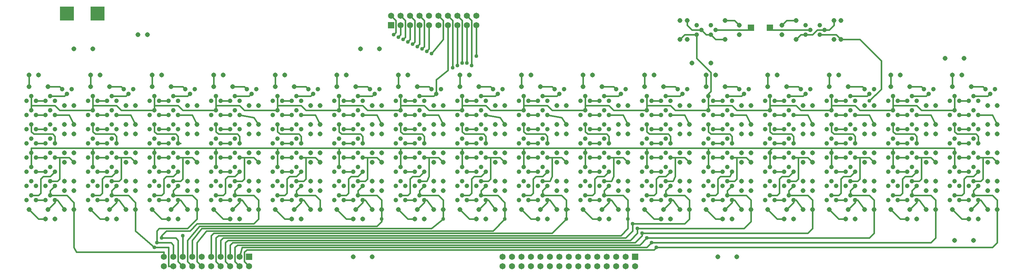
<source format=gbl>
G75*
G70*
%OFA0B0*%
%FSLAX24Y24*%
%IPPOS*%
%LPD*%
%AMOC8*
5,1,8,0,0,1.08239X$1,22.5*
%
%ADD10C,0.0515*%
%ADD11C,0.0476*%
%ADD12R,0.0650X0.0650*%
%ADD13C,0.0650*%
%ADD14R,0.1500X0.1500*%
%ADD15R,0.0709X0.0709*%
%ADD16C,0.0160*%
%ADD17C,0.0400*%
D10*
X006410Y009125D03*
X007410Y009125D03*
X006660Y010125D03*
X008410Y010125D03*
X009410Y010125D03*
X011160Y010125D03*
X013160Y010125D03*
X014910Y010125D03*
X015910Y010125D03*
X017660Y010125D03*
X019660Y010125D03*
X021410Y010125D03*
X022410Y010125D03*
X024160Y010125D03*
X026160Y010125D03*
X027910Y010125D03*
X028910Y010125D03*
X030660Y010125D03*
X032660Y010125D03*
X034410Y010125D03*
X035410Y010125D03*
X037160Y010125D03*
X039160Y010125D03*
X040910Y010125D03*
X041910Y010125D03*
X043660Y010125D03*
X045660Y010125D03*
X047410Y010125D03*
X048410Y010125D03*
X050160Y010125D03*
X052160Y010125D03*
X053910Y010125D03*
X054910Y010125D03*
X056660Y010125D03*
X058660Y010125D03*
X060410Y010125D03*
X061410Y010125D03*
X063160Y010125D03*
X065160Y010125D03*
X066910Y010125D03*
X067910Y010125D03*
X069660Y010125D03*
X071660Y010125D03*
X073410Y010125D03*
X074410Y010125D03*
X076160Y010125D03*
X078160Y010125D03*
X079910Y010125D03*
X080910Y010125D03*
X082660Y010125D03*
X084660Y010125D03*
X086410Y010125D03*
X087410Y010125D03*
X089160Y010125D03*
X091160Y010125D03*
X092910Y010125D03*
X093910Y010125D03*
X095660Y010125D03*
X097660Y010125D03*
X099410Y010125D03*
X100410Y010125D03*
X102160Y010125D03*
X104160Y010125D03*
X105910Y010125D03*
X106910Y010125D03*
X104910Y009125D03*
X103910Y009125D03*
X098410Y009125D03*
X097410Y009125D03*
X091910Y009125D03*
X090910Y009125D03*
X085410Y009125D03*
X084410Y009125D03*
X078910Y009125D03*
X077910Y009125D03*
X072410Y009125D03*
X071410Y009125D03*
X065910Y009125D03*
X064910Y009125D03*
X059410Y009125D03*
X058410Y009125D03*
X052910Y009125D03*
X051910Y009125D03*
X046410Y009125D03*
X045410Y009125D03*
X039910Y009125D03*
X038910Y009125D03*
X033410Y009125D03*
X032410Y009125D03*
X026910Y009125D03*
X025910Y009125D03*
X020410Y009125D03*
X019410Y009125D03*
X013910Y009125D03*
X012910Y009125D03*
X004660Y010125D03*
X008410Y012125D03*
X009410Y012125D03*
X009410Y013125D03*
X008410Y013125D03*
X008410Y015125D03*
X009410Y015125D03*
X009410Y016125D03*
X008410Y016125D03*
X008410Y018125D03*
X009410Y018125D03*
X009410Y019125D03*
X008410Y019125D03*
X008410Y021125D03*
X009410Y021125D03*
X014910Y021125D03*
X015910Y021125D03*
X015910Y019125D03*
X014910Y019125D03*
X014910Y018125D03*
X015910Y018125D03*
X021410Y018125D03*
X022410Y018125D03*
X022410Y019125D03*
X021410Y019125D03*
X021410Y021125D03*
X022410Y021125D03*
X027910Y021125D03*
X028910Y021125D03*
X028910Y019125D03*
X027910Y019125D03*
X027910Y018125D03*
X028910Y018125D03*
X034410Y018125D03*
X035410Y018125D03*
X035410Y019125D03*
X034410Y019125D03*
X034410Y021125D03*
X035410Y021125D03*
X040910Y021125D03*
X041910Y021125D03*
X041910Y019125D03*
X040910Y019125D03*
X040910Y018125D03*
X041910Y018125D03*
X047410Y018125D03*
X048410Y018125D03*
X048410Y019125D03*
X047410Y019125D03*
X047410Y021125D03*
X048410Y021125D03*
X053910Y021125D03*
X054910Y021125D03*
X054910Y019125D03*
X053910Y019125D03*
X053910Y018125D03*
X054910Y018125D03*
X060410Y018125D03*
X061410Y018125D03*
X061410Y019125D03*
X060410Y019125D03*
X060410Y021125D03*
X061410Y021125D03*
X066910Y021125D03*
X067910Y021125D03*
X067910Y019125D03*
X066910Y019125D03*
X066910Y018125D03*
X067910Y018125D03*
X073410Y018125D03*
X074410Y018125D03*
X074410Y019125D03*
X073410Y019125D03*
X073410Y021125D03*
X074410Y021125D03*
X079910Y021125D03*
X080910Y021125D03*
X080910Y019125D03*
X079910Y019125D03*
X079910Y018125D03*
X080910Y018125D03*
X086410Y018125D03*
X087410Y018125D03*
X087410Y019125D03*
X086410Y019125D03*
X086410Y021125D03*
X087410Y021125D03*
X092910Y021125D03*
X093910Y021125D03*
X093910Y019125D03*
X092910Y019125D03*
X092910Y018125D03*
X093910Y018125D03*
X099410Y018125D03*
X100410Y018125D03*
X100410Y019125D03*
X099410Y019125D03*
X099410Y021125D03*
X100410Y021125D03*
X105910Y021125D03*
X106910Y021125D03*
X106910Y019125D03*
X105910Y019125D03*
X105910Y018125D03*
X106910Y018125D03*
X106910Y016125D03*
X105910Y016125D03*
X105910Y015125D03*
X106910Y015125D03*
X106910Y013125D03*
X105910Y013125D03*
X105910Y012125D03*
X106910Y012125D03*
X100410Y012125D03*
X099410Y012125D03*
X099410Y013125D03*
X100410Y013125D03*
X100410Y015125D03*
X099410Y015125D03*
X099410Y016125D03*
X100410Y016125D03*
X093910Y016125D03*
X092910Y016125D03*
X092910Y015125D03*
X093910Y015125D03*
X093910Y013125D03*
X092910Y013125D03*
X092910Y012125D03*
X093910Y012125D03*
X087410Y012125D03*
X086410Y012125D03*
X086410Y013125D03*
X087410Y013125D03*
X087410Y015125D03*
X086410Y015125D03*
X086410Y016125D03*
X087410Y016125D03*
X080910Y016125D03*
X079910Y016125D03*
X079910Y015125D03*
X080910Y015125D03*
X080910Y013125D03*
X079910Y013125D03*
X079910Y012125D03*
X080910Y012125D03*
X074410Y012125D03*
X073410Y012125D03*
X073410Y013125D03*
X074410Y013125D03*
X074410Y015125D03*
X073410Y015125D03*
X073410Y016125D03*
X074410Y016125D03*
X067910Y016125D03*
X066910Y016125D03*
X066910Y015125D03*
X067910Y015125D03*
X067910Y013125D03*
X066910Y013125D03*
X066910Y012125D03*
X067910Y012125D03*
X061410Y012125D03*
X060410Y012125D03*
X060410Y013125D03*
X061410Y013125D03*
X061410Y015125D03*
X060410Y015125D03*
X060410Y016125D03*
X061410Y016125D03*
X054910Y016125D03*
X053910Y016125D03*
X053910Y015125D03*
X054910Y015125D03*
X054910Y013125D03*
X053910Y013125D03*
X053910Y012125D03*
X054910Y012125D03*
X048410Y012125D03*
X047410Y012125D03*
X047410Y013125D03*
X048410Y013125D03*
X048410Y015125D03*
X047410Y015125D03*
X047410Y016125D03*
X048410Y016125D03*
X041910Y016125D03*
X040910Y016125D03*
X040910Y015125D03*
X041910Y015125D03*
X041910Y013125D03*
X040910Y013125D03*
X040910Y012125D03*
X041910Y012125D03*
X035410Y012125D03*
X034410Y012125D03*
X034410Y013125D03*
X035410Y013125D03*
X035410Y015125D03*
X034410Y015125D03*
X034410Y016125D03*
X035410Y016125D03*
X028910Y016125D03*
X027910Y016125D03*
X027910Y015125D03*
X028910Y015125D03*
X028910Y013125D03*
X027910Y013125D03*
X027910Y012125D03*
X028910Y012125D03*
X022410Y012125D03*
X021410Y012125D03*
X021410Y013125D03*
X022410Y013125D03*
X022410Y015125D03*
X021410Y015125D03*
X021410Y016125D03*
X022410Y016125D03*
X015910Y016125D03*
X014910Y016125D03*
X014910Y015125D03*
X015910Y015125D03*
X015910Y013125D03*
X014910Y013125D03*
X014910Y012125D03*
X015910Y012125D03*
X038910Y005125D03*
X040910Y005125D03*
X077410Y005125D03*
X079410Y005125D03*
X102410Y006875D03*
X104410Y006875D03*
X104160Y023125D03*
X102160Y023125D03*
X102160Y024375D03*
X103160Y024375D03*
X103410Y026125D03*
X101410Y026125D03*
X096660Y024375D03*
X095660Y024375D03*
X095660Y023125D03*
X097660Y023125D03*
X091160Y023125D03*
X089160Y023125D03*
X089160Y024375D03*
X090160Y024375D03*
X084660Y023125D03*
X082660Y023125D03*
X082660Y024375D03*
X083660Y024375D03*
X078160Y023125D03*
X076160Y023125D03*
X076160Y024375D03*
X077160Y024375D03*
X076660Y025625D03*
X074660Y025625D03*
X070660Y024375D03*
X069660Y024375D03*
X069660Y023125D03*
X071660Y023125D03*
X065160Y023125D03*
X063160Y023125D03*
X063160Y024375D03*
X064160Y024375D03*
X058660Y023125D03*
X056660Y023125D03*
X056660Y024375D03*
X057660Y024375D03*
X052160Y023125D03*
X050160Y023125D03*
X050160Y024375D03*
X051160Y024375D03*
X045660Y023125D03*
X043660Y023125D03*
X043660Y024375D03*
X044660Y024375D03*
X039160Y023125D03*
X037160Y023125D03*
X037160Y024375D03*
X038160Y024375D03*
X032660Y023125D03*
X030660Y023125D03*
X030660Y024375D03*
X031660Y024375D03*
X026160Y023125D03*
X024160Y023125D03*
X024160Y024375D03*
X025160Y024375D03*
X019660Y023125D03*
X017660Y023125D03*
X017660Y024375D03*
X018660Y024375D03*
X013160Y023125D03*
X011160Y023125D03*
X011160Y024375D03*
X012160Y024375D03*
X006660Y023125D03*
X004660Y023125D03*
X004660Y024375D03*
X005660Y024375D03*
X009410Y027125D03*
X011410Y027125D03*
X016160Y028625D03*
X017160Y028625D03*
X039660Y027125D03*
X041660Y027125D03*
X073410Y028125D03*
X074160Y028125D03*
X078160Y028125D03*
X079660Y028625D03*
X079660Y029625D03*
X078160Y030125D03*
X074160Y030125D03*
X073410Y030125D03*
X084160Y029625D03*
X085660Y030125D03*
X089660Y030125D03*
X090410Y030125D03*
X090410Y028125D03*
X089660Y028125D03*
X085660Y028125D03*
X084160Y028625D03*
D11*
X086660Y028625D03*
X087160Y029125D03*
X088160Y028625D03*
X088660Y029125D03*
X088160Y029625D03*
X086660Y029625D03*
X077160Y029125D03*
X076660Y028625D03*
X075660Y029125D03*
X075160Y028625D03*
X075160Y029625D03*
X076660Y029625D03*
X074160Y022875D03*
X073660Y022375D03*
X073160Y022875D03*
X071910Y022125D03*
X071410Y021625D03*
X070410Y021625D03*
X069910Y022125D03*
X069410Y021625D03*
X067160Y022375D03*
X066660Y022875D03*
X067660Y022875D03*
X065410Y022125D03*
X064910Y021625D03*
X063910Y021625D03*
X063410Y022125D03*
X062910Y021625D03*
X060660Y022375D03*
X060160Y022875D03*
X061160Y022875D03*
X058910Y022125D03*
X058410Y021625D03*
X057410Y021625D03*
X056910Y022125D03*
X056410Y021625D03*
X054160Y022375D03*
X053660Y022875D03*
X054660Y022875D03*
X052410Y022125D03*
X051910Y021625D03*
X050910Y021625D03*
X050410Y022125D03*
X049910Y021625D03*
X047660Y022375D03*
X047160Y022875D03*
X048160Y022875D03*
X045910Y022125D03*
X045410Y021625D03*
X044410Y021625D03*
X043910Y022125D03*
X043410Y021625D03*
X041160Y022375D03*
X040660Y022875D03*
X041660Y022875D03*
X039410Y022125D03*
X038910Y021625D03*
X037910Y021625D03*
X037410Y022125D03*
X036910Y021625D03*
X034660Y022375D03*
X034160Y022875D03*
X035160Y022875D03*
X032910Y022125D03*
X032410Y021625D03*
X031410Y021625D03*
X030910Y022125D03*
X030410Y021625D03*
X028160Y022375D03*
X027660Y022875D03*
X028660Y022875D03*
X026410Y022125D03*
X025910Y021625D03*
X024910Y021625D03*
X024410Y022125D03*
X023910Y021625D03*
X021660Y022375D03*
X021160Y022875D03*
X022160Y022875D03*
X019910Y022125D03*
X019410Y021625D03*
X018410Y021625D03*
X017910Y022125D03*
X017410Y021625D03*
X015160Y022375D03*
X014660Y022875D03*
X015660Y022875D03*
X013410Y022125D03*
X012910Y021625D03*
X011910Y021625D03*
X011410Y022125D03*
X010910Y021625D03*
X008660Y022375D03*
X008160Y022875D03*
X009160Y022875D03*
X006910Y022125D03*
X006410Y021625D03*
X005410Y021625D03*
X004910Y022125D03*
X004410Y021625D03*
X007410Y021625D03*
X006910Y020625D03*
X006410Y020125D03*
X005410Y020125D03*
X004410Y020125D03*
X004910Y020625D03*
X007410Y020125D03*
X006910Y019125D03*
X006410Y018625D03*
X005410Y018625D03*
X004410Y018625D03*
X004910Y019125D03*
X007410Y018625D03*
X006910Y017625D03*
X006410Y017125D03*
X005410Y017125D03*
X004910Y017625D03*
X004410Y017125D03*
X007410Y017125D03*
X006910Y016125D03*
X006410Y015625D03*
X005410Y015625D03*
X004410Y015625D03*
X004910Y016125D03*
X007410Y015625D03*
X006910Y014625D03*
X006410Y014125D03*
X005410Y014125D03*
X004410Y014125D03*
X004910Y014625D03*
X007410Y014125D03*
X006910Y013125D03*
X006410Y012625D03*
X005410Y012625D03*
X004910Y013125D03*
X004410Y012625D03*
X007410Y012625D03*
X006910Y011625D03*
X006410Y011125D03*
X005410Y011125D03*
X004910Y011625D03*
X004410Y011125D03*
X007410Y011125D03*
X010910Y011125D03*
X011410Y011625D03*
X011910Y011125D03*
X012910Y011125D03*
X013410Y011625D03*
X013910Y011125D03*
X013910Y012625D03*
X013410Y013125D03*
X012910Y012625D03*
X011910Y012625D03*
X011410Y013125D03*
X010910Y012625D03*
X010910Y014125D03*
X011910Y014125D03*
X012910Y014125D03*
X013910Y014125D03*
X013410Y014625D03*
X012910Y015625D03*
X011910Y015625D03*
X010910Y015625D03*
X011410Y016125D03*
X013410Y016125D03*
X013910Y015625D03*
X011410Y014625D03*
X017410Y014125D03*
X018410Y014125D03*
X019410Y014125D03*
X020410Y014125D03*
X019910Y014625D03*
X019410Y015625D03*
X018410Y015625D03*
X017410Y015625D03*
X017910Y016125D03*
X019910Y016125D03*
X020410Y015625D03*
X017910Y014625D03*
X017910Y013125D03*
X017410Y012625D03*
X018410Y012625D03*
X019410Y012625D03*
X019910Y013125D03*
X020410Y012625D03*
X019910Y011625D03*
X019410Y011125D03*
X018410Y011125D03*
X017910Y011625D03*
X017410Y011125D03*
X020410Y011125D03*
X023910Y011125D03*
X024410Y011625D03*
X024910Y011125D03*
X025910Y011125D03*
X026410Y011625D03*
X026910Y011125D03*
X026910Y012625D03*
X026410Y013125D03*
X025910Y012625D03*
X024910Y012625D03*
X024410Y013125D03*
X023910Y012625D03*
X023910Y014125D03*
X024910Y014125D03*
X025910Y014125D03*
X026910Y014125D03*
X026410Y014625D03*
X025910Y015625D03*
X024910Y015625D03*
X023910Y015625D03*
X024410Y016125D03*
X026410Y016125D03*
X026910Y015625D03*
X024410Y014625D03*
X030410Y014125D03*
X031410Y014125D03*
X032410Y014125D03*
X033410Y014125D03*
X032910Y014625D03*
X032410Y015625D03*
X031410Y015625D03*
X030410Y015625D03*
X030910Y016125D03*
X032910Y016125D03*
X033410Y015625D03*
X030910Y014625D03*
X030910Y013125D03*
X030410Y012625D03*
X031410Y012625D03*
X032410Y012625D03*
X032910Y013125D03*
X033410Y012625D03*
X032910Y011625D03*
X032410Y011125D03*
X031410Y011125D03*
X030910Y011625D03*
X030410Y011125D03*
X033410Y011125D03*
X036910Y011125D03*
X037410Y011625D03*
X037910Y011125D03*
X038910Y011125D03*
X039410Y011625D03*
X039910Y011125D03*
X039910Y012625D03*
X039410Y013125D03*
X038910Y012625D03*
X037910Y012625D03*
X037410Y013125D03*
X036910Y012625D03*
X036910Y014125D03*
X037910Y014125D03*
X038910Y014125D03*
X039910Y014125D03*
X039410Y014625D03*
X038910Y015625D03*
X037910Y015625D03*
X036910Y015625D03*
X037410Y016125D03*
X039410Y016125D03*
X039910Y015625D03*
X037410Y014625D03*
X043410Y014125D03*
X044410Y014125D03*
X045410Y014125D03*
X046410Y014125D03*
X045910Y014625D03*
X045410Y015625D03*
X044410Y015625D03*
X043410Y015625D03*
X043910Y016125D03*
X045910Y016125D03*
X046410Y015625D03*
X043910Y014625D03*
X043910Y013125D03*
X043410Y012625D03*
X044410Y012625D03*
X045410Y012625D03*
X045910Y013125D03*
X046410Y012625D03*
X045910Y011625D03*
X045410Y011125D03*
X044410Y011125D03*
X043910Y011625D03*
X043410Y011125D03*
X046410Y011125D03*
X049910Y011125D03*
X050410Y011625D03*
X050910Y011125D03*
X051910Y011125D03*
X052410Y011625D03*
X052910Y011125D03*
X052910Y012625D03*
X052410Y013125D03*
X051910Y012625D03*
X050910Y012625D03*
X050410Y013125D03*
X049910Y012625D03*
X049910Y014125D03*
X050910Y014125D03*
X051910Y014125D03*
X052910Y014125D03*
X052410Y014625D03*
X051910Y015625D03*
X050910Y015625D03*
X049910Y015625D03*
X050410Y016125D03*
X052410Y016125D03*
X052910Y015625D03*
X050410Y014625D03*
X056410Y014125D03*
X057410Y014125D03*
X058410Y014125D03*
X059410Y014125D03*
X058910Y014625D03*
X058410Y015625D03*
X057410Y015625D03*
X056410Y015625D03*
X056910Y016125D03*
X058910Y016125D03*
X059410Y015625D03*
X056910Y014625D03*
X056910Y013125D03*
X056410Y012625D03*
X057410Y012625D03*
X058410Y012625D03*
X058910Y013125D03*
X059410Y012625D03*
X058910Y011625D03*
X058410Y011125D03*
X057410Y011125D03*
X056910Y011625D03*
X056410Y011125D03*
X059410Y011125D03*
X062910Y011125D03*
X063410Y011625D03*
X063910Y011125D03*
X064910Y011125D03*
X065410Y011625D03*
X065910Y011125D03*
X065910Y012625D03*
X065410Y013125D03*
X064910Y012625D03*
X063910Y012625D03*
X063410Y013125D03*
X062910Y012625D03*
X062910Y014125D03*
X063910Y014125D03*
X064910Y014125D03*
X065910Y014125D03*
X065410Y014625D03*
X064910Y015625D03*
X063910Y015625D03*
X062910Y015625D03*
X063410Y016125D03*
X065410Y016125D03*
X065910Y015625D03*
X063410Y014625D03*
X069410Y014125D03*
X070410Y014125D03*
X071410Y014125D03*
X072410Y014125D03*
X071910Y014625D03*
X071410Y015625D03*
X070410Y015625D03*
X069410Y015625D03*
X069910Y016125D03*
X071910Y016125D03*
X072410Y015625D03*
X069910Y014625D03*
X069910Y013125D03*
X069410Y012625D03*
X070410Y012625D03*
X071410Y012625D03*
X071910Y013125D03*
X072410Y012625D03*
X071910Y011625D03*
X071410Y011125D03*
X070410Y011125D03*
X069910Y011625D03*
X069410Y011125D03*
X072410Y011125D03*
X075910Y011125D03*
X076410Y011625D03*
X076910Y011125D03*
X077910Y011125D03*
X078410Y011625D03*
X078910Y011125D03*
X078910Y012625D03*
X078410Y013125D03*
X077910Y012625D03*
X076910Y012625D03*
X076410Y013125D03*
X075910Y012625D03*
X075910Y014125D03*
X076910Y014125D03*
X077910Y014125D03*
X078910Y014125D03*
X078410Y014625D03*
X077910Y015625D03*
X076910Y015625D03*
X075910Y015625D03*
X076410Y016125D03*
X078410Y016125D03*
X078910Y015625D03*
X076410Y014625D03*
X082410Y014125D03*
X083410Y014125D03*
X084410Y014125D03*
X085410Y014125D03*
X084910Y014625D03*
X084410Y015625D03*
X083410Y015625D03*
X082410Y015625D03*
X082910Y016125D03*
X084910Y016125D03*
X085410Y015625D03*
X082910Y014625D03*
X082910Y013125D03*
X082410Y012625D03*
X083410Y012625D03*
X084410Y012625D03*
X084910Y013125D03*
X085410Y012625D03*
X084910Y011625D03*
X084410Y011125D03*
X083410Y011125D03*
X082910Y011625D03*
X082410Y011125D03*
X085410Y011125D03*
X088910Y011125D03*
X089410Y011625D03*
X089910Y011125D03*
X090910Y011125D03*
X091410Y011625D03*
X091910Y011125D03*
X091910Y012625D03*
X091410Y013125D03*
X090910Y012625D03*
X089910Y012625D03*
X089410Y013125D03*
X088910Y012625D03*
X088910Y014125D03*
X089910Y014125D03*
X090910Y014125D03*
X091910Y014125D03*
X091410Y014625D03*
X090910Y015625D03*
X089910Y015625D03*
X088910Y015625D03*
X089410Y016125D03*
X091410Y016125D03*
X091910Y015625D03*
X089410Y014625D03*
X095410Y014125D03*
X096410Y014125D03*
X097410Y014125D03*
X098410Y014125D03*
X097910Y014625D03*
X097410Y015625D03*
X096410Y015625D03*
X095410Y015625D03*
X095910Y016125D03*
X097910Y016125D03*
X098410Y015625D03*
X095910Y014625D03*
X095910Y013125D03*
X095410Y012625D03*
X096410Y012625D03*
X097410Y012625D03*
X097910Y013125D03*
X098410Y012625D03*
X097910Y011625D03*
X097410Y011125D03*
X096410Y011125D03*
X095910Y011625D03*
X095410Y011125D03*
X098410Y011125D03*
X101910Y011125D03*
X102410Y011625D03*
X102910Y011125D03*
X103910Y011125D03*
X104410Y011625D03*
X104910Y011125D03*
X104910Y012625D03*
X104410Y013125D03*
X103910Y012625D03*
X102910Y012625D03*
X102410Y013125D03*
X101910Y012625D03*
X101910Y014125D03*
X102910Y014125D03*
X103910Y014125D03*
X104910Y014125D03*
X104410Y014625D03*
X103910Y015625D03*
X102910Y015625D03*
X101910Y015625D03*
X102410Y016125D03*
X104410Y016125D03*
X104910Y015625D03*
X102410Y014625D03*
X101910Y017125D03*
X102410Y017625D03*
X102910Y017125D03*
X103910Y017125D03*
X104410Y017625D03*
X104910Y017125D03*
X104910Y018625D03*
X103910Y018625D03*
X102910Y018625D03*
X101910Y018625D03*
X102410Y019125D03*
X101910Y020125D03*
X102910Y020125D03*
X103910Y020125D03*
X104910Y020125D03*
X104410Y020625D03*
X102410Y020625D03*
X101910Y021625D03*
X102410Y022125D03*
X102910Y021625D03*
X103910Y021625D03*
X104410Y022125D03*
X104910Y021625D03*
X106160Y022375D03*
X105660Y022875D03*
X106660Y022875D03*
X100160Y022875D03*
X099660Y022375D03*
X099160Y022875D03*
X097910Y022125D03*
X097410Y021625D03*
X096410Y021625D03*
X095910Y022125D03*
X095410Y021625D03*
X093410Y022375D03*
X092910Y022875D03*
X093910Y022875D03*
X091410Y022125D03*
X090910Y021625D03*
X089910Y021625D03*
X089410Y022125D03*
X088910Y021625D03*
X086660Y022375D03*
X086160Y022875D03*
X087160Y022875D03*
X084910Y022125D03*
X084410Y021625D03*
X083410Y021625D03*
X082910Y022125D03*
X082410Y021625D03*
X080160Y022375D03*
X079660Y022875D03*
X080660Y022875D03*
X078410Y022125D03*
X077910Y021625D03*
X076910Y021625D03*
X076410Y022125D03*
X075910Y021625D03*
X078910Y021625D03*
X078410Y020625D03*
X077910Y020125D03*
X076910Y020125D03*
X075910Y020125D03*
X076410Y020625D03*
X078910Y020125D03*
X078410Y019125D03*
X077910Y018625D03*
X076910Y018625D03*
X075910Y018625D03*
X076410Y019125D03*
X078910Y018625D03*
X078410Y017625D03*
X077910Y017125D03*
X076910Y017125D03*
X076410Y017625D03*
X075910Y017125D03*
X078910Y017125D03*
X082410Y017125D03*
X082910Y017625D03*
X083410Y017125D03*
X084410Y017125D03*
X084910Y017625D03*
X085410Y017125D03*
X085410Y018625D03*
X084410Y018625D03*
X083410Y018625D03*
X082410Y018625D03*
X082910Y019125D03*
X082410Y020125D03*
X083410Y020125D03*
X084410Y020125D03*
X085410Y020125D03*
X084910Y020625D03*
X082910Y020625D03*
X085410Y021625D03*
X089410Y020625D03*
X088910Y020125D03*
X089910Y020125D03*
X090910Y020125D03*
X091910Y020125D03*
X091410Y020625D03*
X091910Y021625D03*
X095910Y020625D03*
X095410Y020125D03*
X096410Y020125D03*
X097410Y020125D03*
X098410Y020125D03*
X097910Y020625D03*
X098410Y021625D03*
X097910Y019125D03*
X097410Y018625D03*
X096410Y018625D03*
X095410Y018625D03*
X095910Y019125D03*
X098410Y018625D03*
X097910Y017625D03*
X097410Y017125D03*
X096410Y017125D03*
X095910Y017625D03*
X095410Y017125D03*
X098410Y017125D03*
X104410Y019125D03*
X091910Y018625D03*
X090910Y018625D03*
X089910Y018625D03*
X088910Y018625D03*
X089410Y019125D03*
X091410Y019125D03*
X091410Y017625D03*
X090910Y017125D03*
X089910Y017125D03*
X089410Y017625D03*
X088910Y017125D03*
X091910Y017125D03*
X084910Y019125D03*
X072410Y018625D03*
X071410Y018625D03*
X070410Y018625D03*
X069410Y018625D03*
X069910Y019125D03*
X069410Y020125D03*
X070410Y020125D03*
X071410Y020125D03*
X072410Y020125D03*
X071910Y020625D03*
X069910Y020625D03*
X072410Y021625D03*
X065910Y021625D03*
X065410Y020625D03*
X064910Y020125D03*
X063910Y020125D03*
X062910Y020125D03*
X063410Y020625D03*
X065910Y020125D03*
X065410Y019125D03*
X064910Y018625D03*
X063910Y018625D03*
X062910Y018625D03*
X063410Y019125D03*
X065910Y018625D03*
X065410Y017625D03*
X064910Y017125D03*
X063910Y017125D03*
X063410Y017625D03*
X062910Y017125D03*
X065910Y017125D03*
X069410Y017125D03*
X069910Y017625D03*
X070410Y017125D03*
X071410Y017125D03*
X071910Y017625D03*
X072410Y017125D03*
X071910Y019125D03*
X059410Y018625D03*
X058410Y018625D03*
X057410Y018625D03*
X056410Y018625D03*
X056910Y019125D03*
X056410Y020125D03*
X057410Y020125D03*
X058410Y020125D03*
X059410Y020125D03*
X058910Y020625D03*
X056910Y020625D03*
X059410Y021625D03*
X052910Y021625D03*
X052410Y020625D03*
X051910Y020125D03*
X050910Y020125D03*
X049910Y020125D03*
X050410Y020625D03*
X052910Y020125D03*
X052410Y019125D03*
X051910Y018625D03*
X050910Y018625D03*
X049910Y018625D03*
X050410Y019125D03*
X052910Y018625D03*
X052410Y017625D03*
X051910Y017125D03*
X050910Y017125D03*
X050410Y017625D03*
X049910Y017125D03*
X052910Y017125D03*
X056410Y017125D03*
X056910Y017625D03*
X057410Y017125D03*
X058410Y017125D03*
X058910Y017625D03*
X059410Y017125D03*
X058910Y019125D03*
X046410Y018625D03*
X045410Y018625D03*
X044410Y018625D03*
X043410Y018625D03*
X043910Y019125D03*
X043410Y020125D03*
X044410Y020125D03*
X045410Y020125D03*
X046410Y020125D03*
X045910Y020625D03*
X043910Y020625D03*
X046410Y021625D03*
X039910Y021625D03*
X039410Y020625D03*
X038910Y020125D03*
X037910Y020125D03*
X036910Y020125D03*
X037410Y020625D03*
X039910Y020125D03*
X039410Y019125D03*
X038910Y018625D03*
X037910Y018625D03*
X036910Y018625D03*
X037410Y019125D03*
X039910Y018625D03*
X039410Y017625D03*
X038910Y017125D03*
X037910Y017125D03*
X037410Y017625D03*
X036910Y017125D03*
X039910Y017125D03*
X043410Y017125D03*
X043910Y017625D03*
X044410Y017125D03*
X045410Y017125D03*
X045910Y017625D03*
X046410Y017125D03*
X045910Y019125D03*
X033410Y018625D03*
X032410Y018625D03*
X031410Y018625D03*
X030410Y018625D03*
X030910Y019125D03*
X030410Y020125D03*
X031410Y020125D03*
X032410Y020125D03*
X033410Y020125D03*
X032910Y020625D03*
X030910Y020625D03*
X033410Y021625D03*
X026910Y021625D03*
X026410Y020625D03*
X025910Y020125D03*
X024910Y020125D03*
X023910Y020125D03*
X024410Y020625D03*
X026910Y020125D03*
X026410Y019125D03*
X025910Y018625D03*
X024910Y018625D03*
X023910Y018625D03*
X024410Y019125D03*
X026910Y018625D03*
X026410Y017625D03*
X025910Y017125D03*
X024910Y017125D03*
X024410Y017625D03*
X023910Y017125D03*
X026910Y017125D03*
X030410Y017125D03*
X030910Y017625D03*
X031410Y017125D03*
X032410Y017125D03*
X032910Y017625D03*
X033410Y017125D03*
X032910Y019125D03*
X020410Y018625D03*
X019410Y018625D03*
X018410Y018625D03*
X017410Y018625D03*
X017910Y019125D03*
X017410Y020125D03*
X018410Y020125D03*
X019410Y020125D03*
X020410Y020125D03*
X019910Y020625D03*
X017910Y020625D03*
X020410Y021625D03*
X013910Y021625D03*
X013410Y020625D03*
X012910Y020125D03*
X011910Y020125D03*
X010910Y020125D03*
X011410Y020625D03*
X013910Y020125D03*
X013410Y019125D03*
X012910Y018625D03*
X011910Y018625D03*
X010910Y018625D03*
X011410Y019125D03*
X013910Y018625D03*
X013410Y017625D03*
X012910Y017125D03*
X011910Y017125D03*
X011410Y017625D03*
X010910Y017125D03*
X013910Y017125D03*
X017410Y017125D03*
X017910Y017625D03*
X018410Y017125D03*
X019410Y017125D03*
X019910Y017625D03*
X020410Y017125D03*
X019910Y019125D03*
D12*
X042910Y029625D03*
X027910Y005125D03*
X068660Y005125D03*
D13*
X067660Y005125D03*
X066660Y005125D03*
X065660Y005125D03*
X064660Y005125D03*
X063660Y005125D03*
X062660Y005125D03*
X061660Y005125D03*
X060660Y005125D03*
X059660Y005125D03*
X058660Y005125D03*
X057660Y005125D03*
X056660Y005125D03*
X055660Y005125D03*
X054660Y005125D03*
X054660Y004125D03*
X055660Y004125D03*
X056660Y004125D03*
X057660Y004125D03*
X058660Y004125D03*
X059660Y004125D03*
X060660Y004125D03*
X061660Y004125D03*
X062660Y004125D03*
X063660Y004125D03*
X064660Y004125D03*
X065660Y004125D03*
X066660Y004125D03*
X067660Y004125D03*
X068660Y004125D03*
X027910Y004125D03*
X026910Y004125D03*
X025910Y004125D03*
X024910Y004125D03*
X023910Y004125D03*
X022910Y004125D03*
X021910Y004125D03*
X020910Y004125D03*
X019910Y004125D03*
X018910Y004125D03*
X018910Y005125D03*
X019910Y005125D03*
X020910Y005125D03*
X021910Y005125D03*
X022910Y005125D03*
X023910Y005125D03*
X024910Y005125D03*
X025910Y005125D03*
X026910Y005125D03*
X043910Y029625D03*
X044910Y029625D03*
X045910Y029625D03*
X046910Y029625D03*
X047910Y029625D03*
X048910Y029625D03*
X049910Y029625D03*
X050910Y029625D03*
X051910Y029625D03*
X051910Y030625D03*
X050910Y030625D03*
X049910Y030625D03*
X048910Y030625D03*
X047910Y030625D03*
X046910Y030625D03*
X045910Y030625D03*
X044910Y030625D03*
X043910Y030625D03*
X042910Y030625D03*
D14*
X011910Y030875D03*
X008660Y030875D03*
D15*
X080910Y029375D03*
X082910Y029375D03*
D16*
X009660Y005625D02*
X009410Y006125D01*
X009410Y010125D01*
X009410Y010875D01*
X008660Y011625D01*
X006910Y011625D01*
X006910Y012125D01*
X007410Y012625D01*
X007660Y013125D02*
X006910Y013125D01*
X007660Y013125D02*
X007910Y013375D01*
X007910Y015625D01*
X008910Y015625D01*
X009410Y015125D01*
X007910Y015625D02*
X007410Y015625D01*
X006410Y015625D02*
X005410Y015625D01*
X004910Y016125D02*
X004910Y014625D01*
X005410Y014125D02*
X006410Y014125D01*
X006160Y013625D02*
X006910Y013625D01*
X007410Y014125D01*
X006160Y013625D02*
X005910Y013375D01*
X005910Y011875D01*
X005660Y011625D01*
X004910Y011625D01*
X005410Y011125D02*
X006410Y011125D01*
X007410Y011125D02*
X007410Y010875D01*
X006660Y010125D01*
X007660Y011125D02*
X008410Y010125D01*
X007660Y011125D02*
X007410Y011125D01*
X005660Y009125D02*
X004660Y010125D01*
X005660Y009125D02*
X006410Y009125D01*
X011160Y010125D02*
X012160Y009125D01*
X012910Y009125D01*
X013160Y010125D02*
X013910Y010875D01*
X013910Y011125D01*
X014160Y011125D01*
X014910Y010125D01*
X015910Y010125D02*
X015910Y010875D01*
X015160Y011625D01*
X013410Y011625D01*
X013410Y012125D01*
X013910Y012625D01*
X014160Y013125D02*
X013410Y013125D01*
X014160Y013125D02*
X014410Y013375D01*
X014410Y015625D01*
X015410Y015625D01*
X015910Y015125D01*
X014410Y015625D02*
X013910Y015625D01*
X012910Y015625D02*
X011910Y015625D01*
X011410Y016125D02*
X011410Y014625D01*
X011910Y014125D02*
X012910Y014125D01*
X012660Y013625D02*
X013410Y013625D01*
X013910Y014125D01*
X012660Y013625D02*
X012410Y013375D01*
X012410Y011875D01*
X012160Y011625D01*
X011410Y011625D01*
X011910Y011125D02*
X012910Y011125D01*
X015910Y010125D02*
X015910Y007875D01*
X017910Y006125D01*
X019410Y006125D01*
X019410Y004125D01*
X019910Y004125D01*
X020410Y004625D02*
X020910Y004125D01*
X021410Y004625D02*
X021910Y004125D01*
X022410Y004625D02*
X022910Y004125D01*
X022410Y004625D02*
X022410Y006625D01*
X023410Y007875D01*
X053660Y007875D01*
X054910Y009125D01*
X054910Y010125D01*
X054910Y010875D01*
X054160Y011625D01*
X052410Y011625D01*
X052410Y012125D01*
X052910Y012625D01*
X053160Y013125D02*
X052410Y013125D01*
X053160Y013125D02*
X053410Y013375D01*
X053410Y015625D01*
X054410Y015625D01*
X054910Y015125D01*
X053410Y015625D02*
X052910Y015625D01*
X051910Y015625D02*
X050910Y015625D01*
X050410Y016125D02*
X050410Y014625D01*
X050910Y014125D02*
X051910Y014125D01*
X051660Y013625D02*
X052410Y013625D01*
X052910Y014125D01*
X051660Y013625D02*
X051410Y013375D01*
X051410Y011875D01*
X051160Y011625D01*
X050410Y011625D01*
X050910Y011125D02*
X051910Y011125D01*
X052910Y011125D02*
X052910Y010875D01*
X052160Y010125D01*
X053160Y011125D02*
X053910Y010125D01*
X053160Y011125D02*
X052910Y011125D01*
X051160Y009125D02*
X050160Y010125D01*
X048410Y010125D02*
X048410Y009125D01*
X047160Y008125D01*
X022910Y008125D01*
X021910Y006875D01*
X021910Y005125D01*
X021410Y004625D02*
X021410Y006875D01*
X022660Y008375D01*
X041410Y008375D01*
X041910Y008875D01*
X041910Y009125D01*
X041910Y010125D01*
X041910Y011125D01*
X041410Y011625D01*
X039410Y011625D01*
X039410Y012125D01*
X039910Y012625D01*
X040160Y013125D02*
X039410Y013125D01*
X040160Y013125D02*
X040410Y013375D01*
X040410Y015625D01*
X041410Y015625D01*
X041910Y015125D01*
X040410Y015625D02*
X039910Y015625D01*
X038910Y015625D02*
X037910Y015625D01*
X037410Y016125D02*
X037410Y014625D01*
X037910Y014125D02*
X038910Y014125D01*
X038660Y013625D02*
X039410Y013625D01*
X039910Y014125D01*
X038660Y013625D02*
X038410Y013375D01*
X038410Y011875D01*
X038160Y011625D01*
X037410Y011625D01*
X037910Y011125D02*
X038910Y011125D01*
X039910Y011125D02*
X039910Y010875D01*
X039160Y010125D01*
X040160Y011125D02*
X040910Y010125D01*
X040160Y011125D02*
X039910Y011125D01*
X038160Y009125D02*
X037160Y010125D01*
X035410Y010125D02*
X035410Y011125D01*
X034910Y011625D01*
X032910Y011625D01*
X032910Y012125D01*
X033410Y012625D01*
X033660Y013125D02*
X032910Y013125D01*
X033660Y013125D02*
X033910Y013375D01*
X033910Y015625D01*
X034910Y015625D01*
X035410Y015125D01*
X033910Y015625D02*
X033410Y015625D01*
X032410Y015625D02*
X031410Y015625D01*
X030910Y016125D02*
X030910Y014625D01*
X031410Y014125D02*
X032410Y014125D01*
X032160Y013625D02*
X032910Y013625D01*
X033410Y014125D01*
X032160Y013625D02*
X031910Y013375D01*
X031910Y011875D01*
X031660Y011625D01*
X030910Y011625D01*
X031410Y011125D02*
X032410Y011125D01*
X033410Y011125D02*
X033410Y010875D01*
X032660Y010125D01*
X033660Y011125D02*
X034410Y010125D01*
X033660Y011125D02*
X033410Y011125D01*
X031660Y009125D02*
X030660Y010125D01*
X028910Y010125D02*
X028910Y009125D01*
X028410Y008625D01*
X022410Y008625D01*
X021660Y007875D01*
X019160Y007875D01*
X018660Y007375D01*
X018660Y007125D01*
X020160Y007125D01*
X020410Y006875D01*
X020410Y004625D01*
X019910Y005125D02*
X019910Y006375D01*
X019660Y006625D01*
X018160Y006625D01*
X018160Y007875D01*
X018410Y008125D01*
X021410Y008125D01*
X022410Y009125D01*
X022410Y010125D01*
X022410Y011125D01*
X021910Y011625D01*
X019910Y011625D01*
X019910Y012125D01*
X020410Y012625D01*
X020660Y013125D02*
X019910Y013125D01*
X020660Y013125D02*
X020910Y013375D01*
X020910Y015625D01*
X021910Y015625D01*
X022410Y015125D01*
X020910Y015625D02*
X020410Y015625D01*
X019410Y015625D02*
X018410Y015625D01*
X017910Y016125D02*
X017910Y014625D01*
X018410Y014125D02*
X019410Y014125D01*
X019160Y013625D02*
X019910Y013625D01*
X020410Y014125D01*
X019160Y013625D02*
X018910Y013375D01*
X018910Y011875D01*
X018660Y011625D01*
X017910Y011625D01*
X018410Y011125D02*
X019410Y011125D01*
X020410Y011125D02*
X020410Y010875D01*
X019660Y010125D01*
X020660Y011125D02*
X021410Y010125D01*
X020660Y011125D02*
X020410Y011125D01*
X018660Y009125D02*
X017660Y010125D01*
X018660Y009125D02*
X019410Y009125D01*
X020910Y007375D02*
X020910Y005125D01*
X018910Y005125D02*
X018910Y005625D01*
X009660Y005625D01*
X023910Y005125D02*
X023910Y007375D01*
X024160Y007625D01*
X059910Y007625D01*
X061410Y009125D01*
X061410Y010125D01*
X061660Y010125D01*
X061410Y010375D01*
X061410Y011125D01*
X060910Y011625D01*
X058910Y011625D01*
X058910Y012125D01*
X059410Y012625D01*
X059660Y013125D02*
X058910Y013125D01*
X059660Y013125D02*
X059910Y013625D01*
X059910Y015625D01*
X060910Y015625D01*
X061410Y015125D01*
X059910Y015625D02*
X059410Y015625D01*
X058410Y015625D02*
X057410Y015625D01*
X056910Y016125D02*
X056910Y014625D01*
X057410Y014125D02*
X058410Y014125D01*
X058160Y013625D02*
X058910Y013625D01*
X059410Y014125D01*
X058160Y013625D02*
X057910Y013375D01*
X057910Y011875D01*
X057660Y011625D01*
X056910Y011625D01*
X057410Y011125D02*
X058410Y011125D01*
X059410Y011125D02*
X059410Y010875D01*
X058660Y010125D01*
X059660Y011125D02*
X060410Y010125D01*
X059660Y011125D02*
X059410Y011125D01*
X057660Y009125D02*
X056660Y010125D01*
X057660Y009125D02*
X058410Y009125D01*
X063160Y010125D02*
X064160Y009125D01*
X064910Y009125D01*
X067910Y009125D02*
X067910Y010125D01*
X067910Y011125D01*
X067410Y011625D01*
X065410Y011625D01*
X065410Y012125D01*
X065910Y012625D01*
X066160Y013125D02*
X065410Y013125D01*
X066160Y013125D02*
X066410Y013625D01*
X066410Y015625D01*
X067410Y015625D01*
X067910Y015125D01*
X066410Y015625D02*
X065910Y015625D01*
X064910Y015625D02*
X063910Y015625D01*
X063410Y016125D02*
X063410Y014625D01*
X063910Y014125D02*
X064910Y014125D01*
X064660Y013625D02*
X065410Y013625D01*
X065910Y014125D01*
X064660Y013625D02*
X064410Y013375D01*
X064410Y011875D01*
X064160Y011625D01*
X063410Y011625D01*
X063910Y011125D02*
X064910Y011125D01*
X065910Y011125D02*
X065910Y010875D01*
X065160Y010125D01*
X066160Y011125D02*
X066910Y010125D01*
X066160Y011125D02*
X065910Y011125D01*
X069660Y010125D02*
X070660Y009125D01*
X071410Y009125D01*
X073910Y008625D02*
X074410Y009125D01*
X074410Y010125D01*
X074410Y011125D01*
X073910Y011625D01*
X071910Y011625D01*
X071910Y012125D01*
X072410Y012625D01*
X072660Y013125D02*
X071910Y013125D01*
X072660Y013125D02*
X072910Y013625D01*
X072910Y015625D01*
X073910Y015625D01*
X074410Y015125D01*
X072910Y015625D02*
X072410Y015625D01*
X071410Y015625D02*
X070410Y015625D01*
X069910Y016125D02*
X069910Y014625D01*
X070410Y014125D02*
X071410Y014125D01*
X071160Y013625D02*
X071910Y013625D01*
X072410Y014125D01*
X071160Y013625D02*
X070910Y013375D01*
X070910Y011875D01*
X070660Y011625D01*
X069910Y011625D01*
X070410Y011125D02*
X071410Y011125D01*
X072410Y011125D02*
X072410Y010875D01*
X071660Y010125D01*
X072660Y011125D02*
X073410Y010125D01*
X072660Y011125D02*
X072410Y011125D01*
X076160Y010125D02*
X077160Y009125D01*
X077910Y009125D01*
X080160Y008125D02*
X080910Y008875D01*
X080910Y010125D01*
X080910Y011125D01*
X080410Y011625D01*
X078410Y011625D01*
X078410Y012125D01*
X078910Y012625D01*
X079160Y013125D02*
X078410Y013125D01*
X079160Y013125D02*
X079410Y013375D01*
X079410Y015625D01*
X080410Y015625D01*
X080910Y015125D01*
X079410Y015625D02*
X078910Y015625D01*
X077910Y015625D02*
X076910Y015625D01*
X076410Y016125D02*
X076410Y014625D01*
X076910Y014125D02*
X077910Y014125D01*
X077660Y013625D02*
X078660Y013625D01*
X078910Y014125D01*
X077660Y013625D02*
X077410Y013375D01*
X077410Y011875D01*
X077160Y011625D01*
X076410Y011625D01*
X076910Y011125D02*
X077910Y011125D01*
X078910Y011125D02*
X078910Y010875D01*
X078160Y010125D01*
X079160Y011125D02*
X079910Y010125D01*
X079160Y011125D02*
X078910Y011125D01*
X082660Y010125D02*
X083660Y009125D01*
X084410Y009125D01*
X084660Y010125D02*
X085410Y010875D01*
X085410Y011125D01*
X085660Y011125D01*
X086410Y010125D01*
X087410Y010125D02*
X087410Y008125D01*
X086910Y007625D01*
X069410Y007625D01*
X069410Y007375D01*
X068660Y006625D01*
X026160Y006625D01*
X025910Y006375D01*
X025910Y005125D01*
X025410Y004625D02*
X025410Y006625D01*
X025660Y006875D01*
X068160Y006875D01*
X068910Y007625D01*
X068910Y008125D01*
X080160Y008125D01*
X073910Y008625D02*
X068410Y008625D01*
X068410Y007875D01*
X067660Y007125D01*
X025160Y007125D01*
X024910Y006875D01*
X024910Y005125D01*
X024410Y004625D02*
X024410Y007125D01*
X024660Y007375D01*
X067160Y007375D01*
X067910Y008125D01*
X067910Y009125D01*
X069910Y007125D02*
X093410Y007125D01*
X093910Y007625D01*
X093910Y010125D01*
X093910Y011125D01*
X093410Y011625D01*
X091410Y011625D01*
X091410Y012125D01*
X091910Y012625D01*
X092160Y013125D02*
X091410Y013125D01*
X092160Y013125D02*
X092410Y013375D01*
X092410Y015625D01*
X093410Y015625D01*
X093910Y015125D01*
X092410Y015625D02*
X091910Y015625D01*
X090910Y015625D02*
X089910Y015625D01*
X089410Y016125D02*
X089410Y014625D01*
X089910Y014125D02*
X090910Y014125D01*
X090660Y013625D02*
X091410Y013625D01*
X091910Y014125D01*
X090660Y013625D02*
X090410Y013375D01*
X090410Y011875D01*
X090160Y011625D01*
X089410Y011625D01*
X089910Y011125D02*
X090910Y011125D01*
X091910Y011125D02*
X091910Y010875D01*
X091160Y010125D01*
X092160Y011125D02*
X092910Y010125D01*
X092160Y011125D02*
X091910Y011125D01*
X090160Y009125D02*
X089160Y010125D01*
X087410Y010125D02*
X087410Y011125D01*
X086910Y011625D01*
X084910Y011625D01*
X084910Y012125D01*
X085410Y012625D01*
X085660Y013125D02*
X084910Y013125D01*
X085660Y013125D02*
X085910Y013375D01*
X085910Y015625D01*
X086910Y015625D01*
X087410Y015125D01*
X085910Y015625D02*
X085410Y015625D01*
X084410Y015625D02*
X083410Y015625D01*
X082910Y016125D02*
X082910Y014625D01*
X083410Y014125D02*
X084410Y014125D01*
X084160Y013625D02*
X084910Y013625D01*
X085410Y014125D01*
X084160Y013625D02*
X083910Y013375D01*
X083910Y011875D01*
X083660Y011625D01*
X082910Y011625D01*
X083410Y011125D02*
X084410Y011125D01*
X090160Y009125D02*
X090910Y009125D01*
X095660Y010125D02*
X096660Y009125D01*
X097410Y009125D01*
X097660Y010125D02*
X098410Y010875D01*
X098410Y011125D01*
X098660Y011125D01*
X099410Y010125D01*
X100410Y010125D02*
X100410Y007125D01*
X099910Y006625D01*
X070410Y006625D01*
X069910Y006125D01*
X027160Y006125D01*
X026910Y005125D01*
X026410Y004625D02*
X026410Y006125D01*
X026660Y006375D01*
X069160Y006375D01*
X069910Y007125D01*
X070910Y006125D02*
X106410Y006125D01*
X106910Y006625D01*
X106910Y010125D01*
X106910Y011125D01*
X106410Y011625D01*
X104410Y011625D01*
X104410Y012125D01*
X104910Y012625D01*
X105160Y013125D02*
X104410Y013125D01*
X105160Y013125D02*
X105410Y013375D01*
X105410Y015625D01*
X106410Y015625D01*
X106910Y015125D01*
X105410Y015625D02*
X104910Y015625D01*
X103910Y015625D02*
X102910Y015625D01*
X102410Y016125D02*
X102410Y014625D01*
X102910Y014125D02*
X103910Y014125D01*
X103660Y013625D02*
X103410Y013375D01*
X103410Y011875D01*
X103160Y011625D01*
X102410Y011625D01*
X102910Y011125D02*
X103910Y011125D01*
X104910Y011125D02*
X104910Y010875D01*
X104160Y010125D01*
X105160Y011125D02*
X105910Y010125D01*
X105160Y011125D02*
X104910Y011125D01*
X103160Y009125D02*
X102160Y010125D01*
X100410Y010125D02*
X100410Y011125D01*
X099910Y011625D01*
X097910Y011625D01*
X097910Y012125D01*
X098410Y012625D01*
X098660Y013125D02*
X097910Y013125D01*
X098660Y013125D02*
X098910Y013375D01*
X098910Y015625D01*
X099910Y015625D01*
X100410Y015125D01*
X098910Y015625D02*
X098410Y015625D01*
X097410Y015625D02*
X096410Y015625D01*
X095910Y016125D02*
X095910Y014625D01*
X096410Y014125D02*
X097410Y014125D01*
X097160Y013625D02*
X097910Y013625D01*
X098410Y014125D01*
X097160Y013625D02*
X096910Y013375D01*
X096910Y011875D01*
X096660Y011625D01*
X095910Y011625D01*
X096410Y011125D02*
X097410Y011125D01*
X103160Y009125D02*
X103910Y009125D01*
X103660Y013625D02*
X104410Y013625D01*
X104910Y014125D01*
X102410Y016125D02*
X102410Y016625D01*
X095910Y016625D01*
X095910Y016125D01*
X095910Y016625D02*
X089410Y016625D01*
X089410Y016125D01*
X089410Y016625D02*
X083160Y016625D01*
X082910Y016375D01*
X082910Y016125D01*
X083160Y016625D02*
X076410Y016625D01*
X076410Y016125D01*
X076410Y016625D02*
X069910Y016625D01*
X069910Y016125D01*
X069910Y016625D02*
X063410Y016625D01*
X063410Y016125D01*
X063410Y016625D02*
X056910Y016625D01*
X056910Y016125D01*
X056910Y016625D02*
X050410Y016625D01*
X050410Y016125D01*
X050410Y016625D02*
X043910Y016625D01*
X043910Y016125D01*
X043910Y014625D01*
X044410Y014125D02*
X045410Y014125D01*
X045160Y013625D02*
X045910Y013625D01*
X046410Y014125D01*
X046910Y013625D02*
X046910Y015625D01*
X047910Y015625D01*
X048410Y015125D01*
X046910Y015625D02*
X046410Y015625D01*
X045410Y015625D02*
X044410Y015625D01*
X043910Y016625D02*
X037410Y016625D01*
X037410Y016125D01*
X037410Y016625D02*
X030910Y016625D01*
X030910Y016125D01*
X030910Y016625D02*
X024410Y016625D01*
X024410Y016125D01*
X024410Y014625D01*
X024910Y014125D02*
X025910Y014125D01*
X025660Y013625D02*
X026410Y013625D01*
X026910Y014125D01*
X025660Y013625D02*
X025410Y013375D01*
X025410Y011875D01*
X025160Y011625D01*
X024410Y011625D01*
X024910Y011125D02*
X025910Y011125D01*
X026410Y011625D02*
X028410Y011625D01*
X028910Y011125D01*
X028910Y010125D01*
X027910Y010125D02*
X027160Y011125D01*
X026910Y011125D01*
X026910Y010875D01*
X026160Y010125D01*
X025160Y009125D02*
X024160Y010125D01*
X025160Y009125D02*
X025910Y009125D01*
X031660Y009125D02*
X032410Y009125D01*
X038160Y009125D02*
X038910Y009125D01*
X043660Y010125D02*
X044660Y009125D01*
X045410Y009125D01*
X045660Y010125D02*
X046410Y010875D01*
X046410Y011125D01*
X046660Y011125D01*
X047410Y010125D01*
X048410Y010125D02*
X048410Y011125D01*
X047910Y011625D01*
X045910Y011625D01*
X045910Y012125D01*
X046410Y012625D01*
X046660Y013125D02*
X045910Y013125D01*
X046660Y013125D02*
X046910Y013625D01*
X045160Y013625D02*
X044910Y013375D01*
X044910Y011875D01*
X044660Y011625D01*
X043910Y011625D01*
X044410Y011125D02*
X045410Y011125D01*
X051160Y009125D02*
X051910Y009125D01*
X070660Y005875D02*
X070910Y006125D01*
X070660Y005875D02*
X027660Y005875D01*
X027410Y005625D01*
X027410Y004625D01*
X027910Y004125D01*
X026910Y004125D02*
X026410Y004625D01*
X025910Y004125D02*
X025410Y004625D01*
X024910Y004125D02*
X024410Y004625D01*
X026410Y011625D02*
X026410Y012125D01*
X026910Y012625D01*
X027160Y013125D02*
X026410Y013125D01*
X027160Y013125D02*
X027410Y013375D01*
X027410Y015625D01*
X028410Y015625D01*
X028910Y015125D01*
X027410Y015625D02*
X026910Y015625D01*
X025910Y015625D02*
X024910Y015625D01*
X024410Y016625D02*
X017910Y016625D01*
X017910Y016125D01*
X017910Y016625D02*
X011410Y016625D01*
X011410Y016125D01*
X011410Y016625D02*
X004910Y016625D01*
X004910Y016125D01*
X005410Y017125D02*
X006410Y017125D01*
X007410Y017125D02*
X007410Y017875D01*
X007160Y018125D01*
X005160Y018125D01*
X004910Y018375D01*
X004910Y019125D01*
X005410Y018625D02*
X006410Y018625D01*
X008910Y020125D02*
X009410Y019125D01*
X008910Y020125D02*
X007410Y020125D01*
X006410Y020125D02*
X005410Y020125D01*
X004910Y020625D02*
X004910Y021125D01*
X004910Y022125D01*
X005410Y021625D02*
X006410Y021625D01*
X006910Y022125D02*
X008410Y022125D01*
X008660Y022375D01*
X008160Y022875D02*
X007910Y023125D01*
X006660Y023125D01*
X004660Y023125D02*
X004660Y024375D01*
X011160Y024375D02*
X011160Y023125D01*
X013160Y023125D02*
X014410Y023125D01*
X014660Y022875D01*
X015160Y022375D02*
X014910Y022125D01*
X013410Y022125D01*
X012910Y021625D02*
X011910Y021625D01*
X011410Y021125D02*
X011410Y022125D01*
X011410Y021125D02*
X013910Y021125D01*
X014410Y020625D01*
X017910Y020625D01*
X017910Y021125D01*
X017910Y022125D01*
X018410Y021625D02*
X019410Y021625D01*
X019910Y022125D02*
X021410Y022125D01*
X021660Y022375D01*
X021160Y022875D02*
X020910Y023125D01*
X019660Y023125D01*
X017660Y023125D02*
X017660Y024375D01*
X024160Y024375D02*
X024160Y023125D01*
X026160Y023125D02*
X027410Y023125D01*
X027660Y022875D01*
X028160Y022375D02*
X027910Y022125D01*
X026410Y022125D01*
X025910Y021625D02*
X024910Y021625D01*
X024410Y021125D02*
X024410Y022125D01*
X024410Y021125D02*
X026910Y021125D01*
X027410Y020625D01*
X030910Y020625D01*
X030910Y021125D01*
X030910Y022125D01*
X031410Y021625D02*
X032410Y021625D01*
X032910Y022125D02*
X034410Y022125D01*
X034660Y022375D01*
X034160Y022875D02*
X033910Y023125D01*
X032660Y023125D01*
X030660Y023125D02*
X030660Y024375D01*
X037160Y024375D02*
X037160Y023125D01*
X039160Y023125D02*
X040410Y023125D01*
X040660Y022875D01*
X041160Y022375D02*
X040910Y022125D01*
X039410Y022125D01*
X038910Y021625D02*
X037910Y021625D01*
X037410Y021125D02*
X037410Y022125D01*
X037410Y021125D02*
X039910Y021125D01*
X040410Y020625D01*
X043910Y020625D01*
X043910Y021125D01*
X043910Y022125D01*
X044410Y021625D02*
X045410Y021625D01*
X045910Y022125D02*
X047410Y022125D01*
X047660Y022375D01*
X047660Y023875D01*
X048910Y024875D01*
X048910Y029625D01*
X048410Y030125D02*
X048410Y028125D01*
X047160Y026625D01*
X046910Y027125D02*
X046660Y026875D01*
X046910Y027125D02*
X046910Y029625D01*
X046410Y030125D02*
X046410Y027375D01*
X046160Y027125D01*
X045910Y027625D02*
X045660Y027375D01*
X045910Y027625D02*
X045910Y029625D01*
X045410Y030125D02*
X045410Y027875D01*
X045160Y027625D01*
X044910Y028125D02*
X044660Y027875D01*
X044910Y028125D02*
X044910Y029625D01*
X044410Y030125D02*
X044410Y028375D01*
X044160Y028125D01*
X043910Y028625D02*
X043660Y028375D01*
X043910Y028625D02*
X043910Y029625D01*
X043410Y030125D02*
X043410Y028875D01*
X043160Y028625D01*
X043410Y030125D02*
X042910Y030625D01*
X043910Y030625D02*
X044410Y030125D01*
X044910Y030625D02*
X045410Y030125D01*
X045910Y030625D02*
X046410Y030125D01*
X047910Y030625D02*
X048410Y030125D01*
X048910Y030625D02*
X049410Y030125D01*
X049410Y025125D01*
X049910Y025375D02*
X049910Y029625D01*
X050410Y030125D02*
X050410Y025625D01*
X050910Y025625D02*
X050910Y029625D01*
X050410Y030125D02*
X049910Y030625D01*
X050910Y030625D02*
X051410Y030125D01*
X051410Y025375D01*
X051910Y026375D02*
X051910Y029625D01*
X050160Y024375D02*
X050160Y023125D01*
X052160Y023125D02*
X053410Y023125D01*
X053660Y022875D01*
X054160Y022375D02*
X053910Y022125D01*
X052410Y022125D01*
X051910Y021625D02*
X050910Y021625D01*
X050410Y021125D02*
X050410Y022125D01*
X050410Y021125D02*
X052910Y021125D01*
X053410Y020625D01*
X056910Y020625D01*
X056910Y021125D01*
X056910Y022125D01*
X057410Y021625D02*
X058410Y021625D01*
X058910Y022125D02*
X060410Y022125D01*
X060660Y022375D01*
X060160Y022875D02*
X059910Y023125D01*
X058660Y023125D01*
X056660Y023125D02*
X056660Y024375D01*
X063160Y024375D02*
X063160Y023125D01*
X065160Y023125D02*
X066410Y023125D01*
X066660Y022875D01*
X067160Y022375D02*
X066910Y022125D01*
X065410Y022125D01*
X064910Y021625D02*
X063910Y021625D01*
X063410Y022125D02*
X063410Y021125D01*
X065910Y021125D01*
X066410Y020625D01*
X069910Y020625D01*
X069910Y021125D01*
X069910Y022125D01*
X070410Y021625D02*
X071410Y021625D01*
X071910Y022125D02*
X073410Y022125D01*
X073660Y022375D01*
X073160Y022875D02*
X072910Y023125D01*
X071660Y023125D01*
X069660Y023125D02*
X069660Y024375D01*
X075160Y026125D02*
X075160Y028625D01*
X073910Y028625D01*
X073410Y028125D01*
X074660Y029125D02*
X074160Y029625D01*
X074160Y030125D01*
X074660Y029125D02*
X075660Y029125D01*
X076160Y028625D01*
X076660Y028625D01*
X077160Y028125D01*
X078160Y028125D01*
X077160Y029125D02*
X080660Y029125D01*
X080910Y029375D01*
X079660Y029625D02*
X079160Y030125D01*
X078160Y030125D01*
X082910Y029375D02*
X083160Y029125D01*
X087160Y029125D01*
X087410Y028625D02*
X087910Y029125D01*
X088660Y029125D01*
X089160Y029125D01*
X089660Y029625D01*
X089660Y030125D01*
X085660Y030125D02*
X084660Y030125D01*
X084160Y029625D01*
X085660Y028125D02*
X086160Y028625D01*
X086660Y028625D01*
X087410Y028625D01*
X088160Y028625D02*
X089910Y028625D01*
X090410Y028125D01*
X092410Y028125D01*
X094660Y025875D01*
X094660Y022875D01*
X093410Y021625D01*
X093160Y022125D02*
X093410Y022375D01*
X093160Y022125D02*
X091410Y022125D01*
X090910Y021625D02*
X089910Y021625D01*
X089410Y022125D02*
X089410Y021125D01*
X091910Y021125D01*
X092410Y020625D01*
X095910Y020625D01*
X095910Y021125D01*
X095910Y022125D01*
X096410Y021625D02*
X097410Y021625D01*
X097910Y022125D02*
X099410Y022125D01*
X099660Y022375D01*
X099160Y022875D02*
X098910Y023125D01*
X097660Y023125D01*
X095660Y023125D02*
X095660Y024375D01*
X092910Y022875D02*
X092660Y023125D01*
X091160Y023125D01*
X089160Y023125D02*
X089160Y024375D01*
X086160Y022875D02*
X085910Y023125D01*
X084660Y023125D01*
X082660Y023125D02*
X082660Y024375D01*
X079660Y022875D02*
X079410Y023125D01*
X078160Y023125D01*
X076660Y022625D02*
X076410Y022375D01*
X076410Y022125D01*
X076410Y021125D01*
X078910Y021125D01*
X079410Y020625D01*
X082910Y020625D01*
X082910Y021125D01*
X082910Y022125D01*
X083410Y021625D02*
X084410Y021625D01*
X084910Y022125D02*
X086410Y022125D01*
X086660Y022375D01*
X085660Y021125D02*
X082910Y021125D01*
X083410Y020125D02*
X084410Y020125D01*
X085410Y020125D02*
X086910Y020125D01*
X087410Y019125D01*
X089410Y019125D02*
X089410Y018375D01*
X089660Y018125D01*
X091660Y018125D01*
X091910Y017875D01*
X091910Y017125D01*
X090910Y017125D02*
X089910Y017125D01*
X089910Y018625D02*
X090910Y018625D01*
X093410Y020125D02*
X093910Y019125D01*
X093410Y020125D02*
X091910Y020125D01*
X090910Y020125D02*
X089910Y020125D01*
X089410Y020625D02*
X089410Y021125D01*
X089410Y020625D02*
X086160Y020625D01*
X085660Y021125D01*
X082910Y019125D02*
X082910Y018375D01*
X083160Y018125D01*
X085160Y018125D01*
X085410Y017875D01*
X085410Y017125D01*
X084410Y017125D02*
X083410Y017125D01*
X083410Y018625D02*
X084410Y018625D01*
X080910Y019125D02*
X080410Y020125D01*
X078910Y020125D01*
X077910Y020125D02*
X076910Y020125D01*
X076410Y020625D02*
X076410Y021125D01*
X076410Y020625D02*
X072910Y020625D01*
X072410Y021125D01*
X069910Y021125D01*
X070410Y020125D02*
X071410Y020125D01*
X072410Y020125D02*
X073910Y020125D01*
X074410Y019125D01*
X076410Y019125D02*
X076410Y018375D01*
X076660Y018125D01*
X078660Y018125D01*
X078910Y017875D01*
X078910Y017125D01*
X077910Y017125D02*
X076910Y017125D01*
X076910Y018625D02*
X077910Y018625D01*
X072410Y017875D02*
X072410Y017125D01*
X071410Y017125D02*
X070410Y017125D01*
X072160Y018125D02*
X072410Y017875D01*
X072160Y018125D02*
X070160Y018125D01*
X069910Y018375D01*
X069910Y019125D01*
X070410Y018625D02*
X071410Y018625D01*
X067910Y019125D02*
X067410Y020125D01*
X065910Y020125D01*
X064910Y020125D02*
X063910Y020125D01*
X063410Y020625D02*
X063410Y021125D01*
X063410Y020625D02*
X059910Y020625D01*
X059410Y021125D01*
X056910Y021125D01*
X057410Y020125D02*
X058410Y020125D01*
X059410Y020125D02*
X060910Y019875D01*
X061410Y019125D01*
X063410Y019125D02*
X063410Y018375D01*
X063660Y018125D01*
X065660Y018125D01*
X065910Y017875D01*
X065910Y017125D01*
X064910Y017125D02*
X063910Y017125D01*
X063910Y018625D02*
X064910Y018625D01*
X059410Y017875D02*
X059410Y017125D01*
X058410Y017125D02*
X057410Y017125D01*
X059160Y018125D02*
X059410Y017875D01*
X059160Y018125D02*
X057160Y018125D01*
X056910Y018375D01*
X056910Y019125D01*
X057410Y018625D02*
X058410Y018625D01*
X054910Y019125D02*
X054410Y019875D01*
X052910Y020125D01*
X051910Y020125D02*
X050910Y020125D01*
X050410Y020625D02*
X050410Y021125D01*
X050410Y020625D02*
X046910Y020625D01*
X046410Y021125D01*
X043910Y021125D01*
X044410Y020125D02*
X045410Y020125D01*
X046410Y020125D02*
X047910Y020125D01*
X048410Y019125D01*
X050410Y019125D02*
X050410Y018375D01*
X050660Y018125D01*
X052660Y018125D01*
X052910Y017875D01*
X052910Y017125D01*
X051910Y017125D02*
X050910Y017125D01*
X050910Y018625D02*
X051910Y018625D01*
X046410Y017875D02*
X046410Y017125D01*
X045410Y017125D02*
X044410Y017125D01*
X046160Y018125D02*
X046410Y017875D01*
X046160Y018125D02*
X044160Y018125D01*
X043910Y018375D01*
X043910Y019125D01*
X044410Y018625D02*
X045410Y018625D01*
X041910Y019125D02*
X041410Y020125D01*
X039910Y020125D01*
X038910Y020125D02*
X037910Y020125D01*
X037410Y020625D02*
X037410Y021125D01*
X037410Y020625D02*
X033910Y020625D01*
X033410Y021125D01*
X030910Y021125D01*
X031410Y020125D02*
X032410Y020125D01*
X033410Y020125D02*
X034910Y020125D01*
X035410Y019125D01*
X037410Y019125D02*
X037410Y018375D01*
X037660Y018125D01*
X039660Y018125D01*
X039910Y017875D01*
X039910Y017125D01*
X038910Y017125D02*
X037910Y017125D01*
X037910Y018625D02*
X038910Y018625D01*
X033410Y017875D02*
X033410Y017125D01*
X032410Y017125D02*
X031410Y017125D01*
X033160Y018125D02*
X033410Y017875D01*
X033160Y018125D02*
X031160Y018125D01*
X030910Y018375D01*
X030910Y019125D01*
X031410Y018625D02*
X032410Y018625D01*
X028910Y019125D02*
X028410Y019875D01*
X026910Y020125D01*
X025910Y020125D02*
X024910Y020125D01*
X024410Y020625D02*
X024410Y021125D01*
X024410Y020625D02*
X020910Y020625D01*
X020410Y021125D01*
X017910Y021125D01*
X018410Y020125D02*
X019410Y020125D01*
X020410Y020125D02*
X021910Y020125D01*
X022410Y019125D01*
X024410Y019125D02*
X024410Y018375D01*
X024660Y018125D01*
X026660Y018125D01*
X026910Y017875D01*
X026910Y017125D01*
X025910Y017125D02*
X024910Y017125D01*
X024910Y018625D02*
X025910Y018625D01*
X020660Y017125D02*
X020410Y017125D01*
X020410Y017875D01*
X020160Y018125D01*
X018160Y018125D01*
X017910Y018375D01*
X017910Y019125D01*
X018410Y018625D02*
X019410Y018625D01*
X015910Y019125D02*
X015410Y020125D01*
X013910Y020125D01*
X012910Y020125D02*
X011910Y020125D01*
X011410Y020625D02*
X011410Y021125D01*
X011410Y020625D02*
X007910Y020625D01*
X007410Y021125D01*
X004910Y021125D01*
X011410Y019125D02*
X011410Y018375D01*
X011660Y018125D01*
X013660Y018125D01*
X013910Y017875D01*
X013910Y017125D01*
X012910Y017125D02*
X011910Y017125D01*
X011910Y018625D02*
X012910Y018625D01*
X018410Y017125D02*
X019410Y017125D01*
X043660Y023125D02*
X043660Y024375D01*
X045660Y023125D02*
X046910Y023125D01*
X047160Y022875D01*
X075160Y026125D02*
X076660Y024625D01*
X076660Y022625D01*
X076160Y023125D02*
X076160Y024375D01*
X079910Y022125D02*
X080160Y022375D01*
X079910Y022125D02*
X078410Y022125D01*
X077910Y021625D02*
X076910Y021625D01*
X095910Y021125D02*
X098410Y021125D01*
X098910Y020625D01*
X102410Y020625D01*
X102410Y022125D01*
X102910Y021625D02*
X103910Y021625D01*
X104410Y022125D02*
X105910Y022125D01*
X106160Y022375D01*
X105660Y022875D02*
X105410Y023125D01*
X104160Y023125D01*
X102160Y023125D02*
X102160Y024375D01*
X102910Y020125D02*
X103910Y020125D01*
X104910Y020125D02*
X106410Y020125D01*
X106910Y019125D01*
X103910Y018625D02*
X102910Y018625D01*
X102410Y018375D02*
X102660Y018125D01*
X104660Y018125D01*
X104910Y017875D01*
X104910Y017125D01*
X103910Y017125D02*
X102910Y017125D01*
X102410Y018375D02*
X102410Y019125D01*
X100410Y019125D02*
X099910Y020125D01*
X098410Y020125D01*
X097410Y020125D02*
X096410Y020125D01*
X095910Y019125D02*
X095910Y018375D01*
X096160Y018125D01*
X098160Y018125D01*
X098410Y017875D01*
X098410Y017125D01*
X097410Y017125D02*
X096410Y017125D01*
X096410Y018625D02*
X097410Y018625D01*
D17*
X093410Y021625D03*
X067910Y009125D03*
X068410Y008625D03*
X068910Y008125D03*
X069410Y007625D03*
X069910Y007125D03*
X070410Y006625D03*
X070910Y006125D03*
X061410Y009125D03*
X054910Y009125D03*
X048410Y009125D03*
X041910Y009125D03*
X020910Y007375D03*
X018660Y007125D03*
X018160Y006625D03*
X017910Y006125D03*
X049410Y025125D03*
X049910Y025375D03*
X050410Y025625D03*
X050910Y025625D03*
X051410Y025375D03*
X051910Y026375D03*
X047160Y026625D03*
X046660Y026875D03*
X046160Y027125D03*
X045660Y027375D03*
X045160Y027625D03*
X044660Y027875D03*
X044160Y028125D03*
X043660Y028375D03*
X043160Y028625D03*
M02*

</source>
